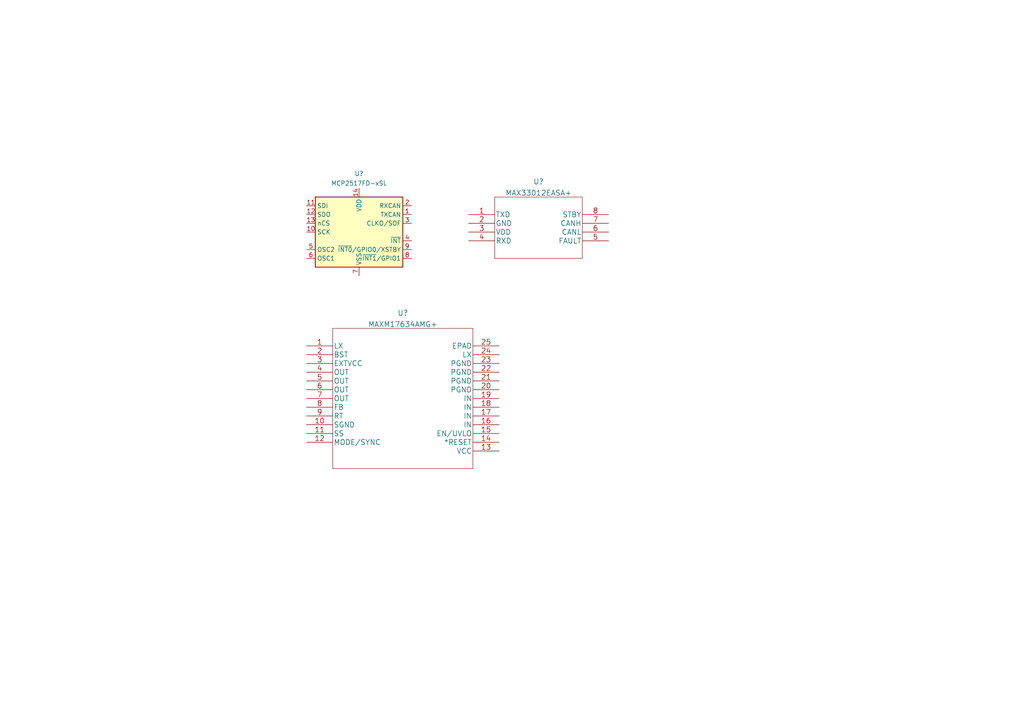
<source format=kicad_sch>
(kicad_sch (version 20210621) (generator eeschema)
  (paper "A4")
  (lib_symbols
    (symbol "Interface_CAN_LIN:MCP2517FD-xSL"
      (property "Reference" "U" (at -12.7 12.7 0))
      (property "Value" "MCP2517FD-xSL" (at 2.54 12.7 0))
      (symbol "MCP2517FD-xSL_0_1"
        (rectangle (start -12.7 10.16) (end 12.7 -10.16) (stroke (width 0.254)) (fill (type background)))
      )
      (symbol "MCP2517FD-xSL_1_1"
        (pin output line (at 15.24 5.08 180) (length 2.54) (name "TXCAN") (number "1"))
        (pin input line (at -15.24 0 0) (length 2.54) (name "SCK") (number "10"))
        (pin input line (at -15.24 7.62 0) (length 2.54) (name "SDI") (number "11"))
        (pin output line (at -15.24 5.08 0) (length 2.54) (name "SDO") (number "12"))
        (pin input line (at -15.24 2.54 0) (length 2.54) (name "nCS") (number "13"))
        (pin power_in line (at 0 12.7 270) (length 2.54) (name "VDD") (number "14"))
        (pin input line (at 15.24 7.62 180) (length 2.54) (name "RXCAN") (number "2"))
        (pin output line (at 15.24 2.54 180) (length 2.54) (name "CLKO/SOF") (number "3"))
        (pin output line (at 15.24 -2.54 180) (length 2.54) (name "~{INT}") (number "4"))
        (pin output line (at -15.24 -5.08 0) (length 2.54) (name "OSC2") (number "5"))
        (pin input line (at -15.24 -7.62 0) (length 2.54) (name "OSC1") (number "6"))
        (pin power_in line (at 0 -12.7 90) (length 2.54) (name "VSS") (number "7"))
        (pin bidirectional line (at 15.24 -7.62 180) (length 2.54) (name "~{INT1}/GPIO1") (number "8"))
        (pin bidirectional line (at 15.24 -5.08 180) (length 2.54) (name "~{INT0}/GPIO0/XSTBY") (number "9"))
      )
    )
    (symbol "MAX33012EASA+:MAX33012EASA+" (pin_names (offset 0.254))
      (property "Reference" "U" (at 20.32 10.16 0))
      (property "Value" "MAX33012EASA+" (at 20.32 7.62 0))
      (symbol "MAX33012EASA+_1_1"
        (polyline (pts (xy 7.62 -12.7) (xy 33.02 -12.7)) (stroke (width 0.127)))
        (polyline (pts (xy 7.62 5.08) (xy 7.62 -12.7)) (stroke (width 0.127)))
        (polyline (pts (xy 33.02 -12.7) (xy 33.02 5.08)) (stroke (width 0.127)))
        (polyline (pts (xy 33.02 5.08) (xy 7.62 5.08)) (stroke (width 0.127)))
        (pin input line (at 0 0 0) (length 7.62) (name "TXD") (number "1"))
        (pin power_in line (at 0 -2.54 0) (length 7.62) (name "GND") (number "2"))
        (pin power_in line (at 0 -5.08 0) (length 7.62) (name "VDD") (number "3"))
        (pin output line (at 0 -7.62 0) (length 7.62) (name "RXD") (number "4"))
        (pin unspecified line (at 40.64 -7.62 180) (length 7.62) (name "FAULT") (number "5"))
        (pin unspecified line (at 40.64 -5.08 180) (length 7.62) (name "CANL") (number "6"))
        (pin unspecified line (at 40.64 -2.54 180) (length 7.62) (name "CANH") (number "7"))
        (pin input line (at 40.64 0 180) (length 7.62) (name "STBY") (number "8"))
      )
    )
    (symbol "MAXM17634AMG+:MAXM17634AMG+" (pin_names (offset 0.254))
      (property "Reference" "U" (at 27.94 10.16 0))
      (property "Value" "MAXM17634AMG+" (at 27.94 7.62 0))
      (symbol "MAXM17634AMG+_1_1"
        (polyline (pts (xy 7.62 -35.56) (xy 48.26 -35.56)) (stroke (width 0.127)))
        (polyline (pts (xy 7.62 5.08) (xy 7.62 -35.56)) (stroke (width 0.127)))
        (polyline (pts (xy 48.26 -35.56) (xy 48.26 5.08)) (stroke (width 0.127)))
        (polyline (pts (xy 48.26 5.08) (xy 7.62 5.08)) (stroke (width 0.127)))
        (pin unspecified line (at 0 0 0) (length 7.62) (name "LX") (number "1"))
        (pin power_in line (at 0 -22.86 0) (length 7.62) (name "SGND") (number "10"))
        (pin input line (at 0 -25.4 0) (length 7.62) (name "SS") (number "11"))
        (pin unspecified line (at 0 -27.94 0) (length 7.62) (name "MODE/SYNC") (number "12"))
        (pin power_in line (at 55.88 -30.48 180) (length 7.62) (name "VCC") (number "13"))
        (pin output line (at 55.88 -27.94 180) (length 7.62) (name "*RESET") (number "14"))
        (pin unspecified line (at 55.88 -25.4 180) (length 7.62) (name "EN/UVLO") (number "15"))
        (pin input line (at 55.88 -22.86 180) (length 7.62) (name "IN") (number "16"))
        (pin input line (at 55.88 -20.32 180) (length 7.62) (name "IN") (number "17"))
        (pin input line (at 55.88 -17.78 180) (length 7.62) (name "IN") (number "18"))
        (pin input line (at 55.88 -15.24 180) (length 7.62) (name "IN") (number "19"))
        (pin unspecified line (at 0 -2.54 0) (length 7.62) (name "BST") (number "2"))
        (pin power_in line (at 55.88 -12.7 180) (length 7.62) (name "PGND") (number "20"))
        (pin power_in line (at 55.88 -10.16 180) (length 7.62) (name "PGND") (number "21"))
        (pin power_in line (at 55.88 -7.62 180) (length 7.62) (name "PGND") (number "22"))
        (pin power_in line (at 55.88 -5.08 180) (length 7.62) (name "PGND") (number "23"))
        (pin unspecified line (at 55.88 -2.54 180) (length 7.62) (name "LX") (number "24"))
        (pin power_in line (at 55.88 0 180) (length 7.62) (name "EPAD") (number "25"))
        (pin input line (at 0 -5.08 0) (length 7.62) (name "EXTVCC") (number "3"))
        (pin output line (at 0 -7.62 0) (length 7.62) (name "OUT") (number "4"))
        (pin output line (at 0 -10.16 0) (length 7.62) (name "OUT") (number "5"))
        (pin output line (at 0 -12.7 0) (length 7.62) (name "OUT") (number "6"))
        (pin output line (at 0 -15.24 0) (length 7.62) (name "OUT") (number "7"))
        (pin output line (at 0 -17.78 0) (length 7.62) (name "FB") (number "8"))
        (pin input line (at 0 -20.32 0) (length 7.62) (name "RT") (number "9"))
      )
    )
  )
  (symbol (lib_id "MAX33012EASA+:MAX33012EASA+") (at 135.89 62.23 0) (unit 1)
    (property "Reference" "U?" (at 156.21 52.6825 0) (effects (font (size 1.524 1.524))))
    (property "Value" "MAX33012EASA+" (at 156.21 55.9615 0) (effects (font (size 1.524 1.524))))
    (property "Footprint" "21-0041-3-M_90-0096-8L_MXM" (effects hide))
  )
  (symbol (lib_id "Interface_CAN_LIN:MCP2517FD-xSL") (at 104.14 67.31 0) (unit 1)
    (property "Reference" "U?" (at 104.14 50.3894 0))
    (property "Value" "MCP2517FD-xSL" (at 104.14 53.1645 0))
    (property "Footprint" "Package_SO:SOIC-14_3.9x8.7mm_P1.27mm" (effects hide))
    (property "Datasheet" "https://ww1.microchip.com/downloads/en/DeviceDoc/20005688A.pdf" (effects hide))
  )
  (symbol (lib_id "MAXM17634AMG+:MAXM17634AMG+") (at 88.9 100.33 0) (unit 1)
    (property "Reference" "U?" (at 116.84 90.7825 0) (effects (font (size 1.524 1.524))))
    (property "Value" "MAXM17634AMG+" (at 116.84 94.0615 0) (effects (font (size 1.524 1.524))))
    (property "Footprint" "21-100342_M244A4+1_MXM" (effects hide))
  )
)
</source>
